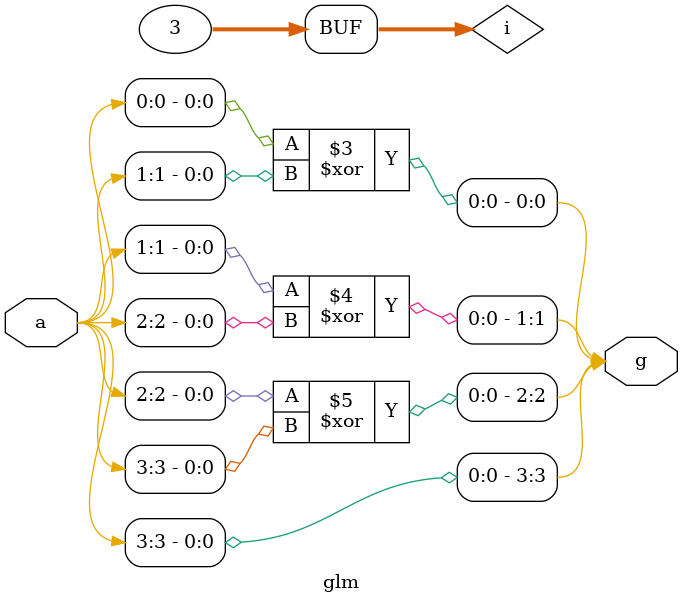
<source format=v>
module glm(	//格雷码转换
	input [3:0] a,
	output reg [3:0] g
);
integer i;

always @(*)
	begin
	for(i=0;i<3;i=i+1)
		begin
		g[i] = a[i] ^a[i+1];
	end
	g[3] = a[3];
	end

endmodule
</source>
